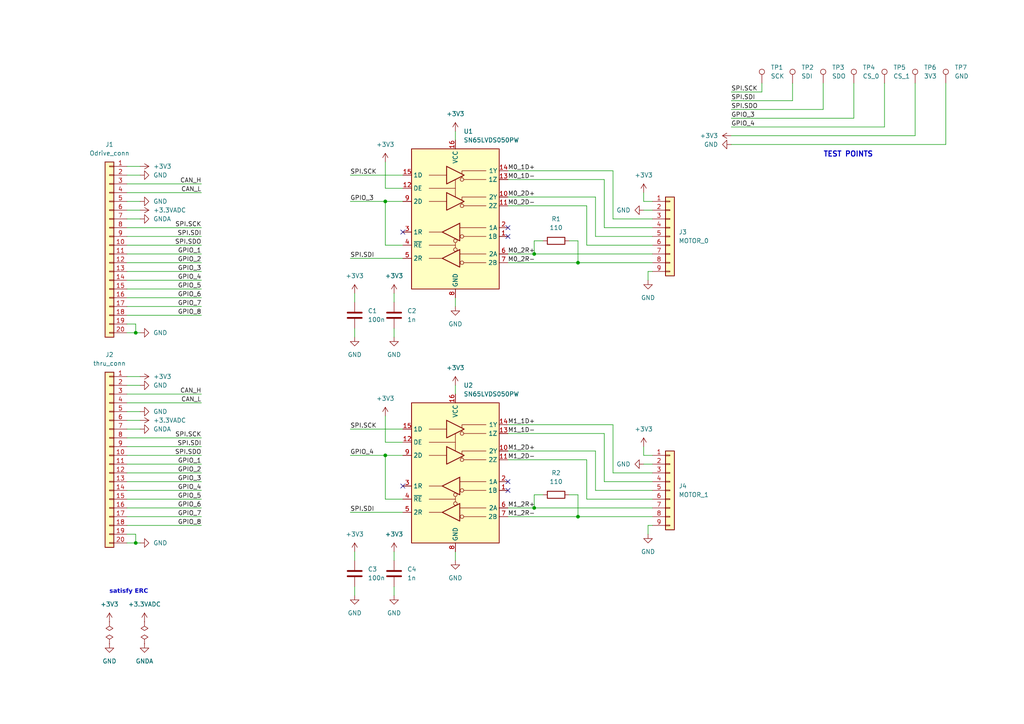
<source format=kicad_sch>
(kicad_sch (version 20230121) (generator eeschema)
  (paper "A4")
  (title_block (title "ODrive to SN65LVDS050 Board") (date "2023-02-24") (rev "2.0") (comment 1 "creativecommons.org/licences/by/4.0/") (comment 2 "Licence: CC by 4.0") (comment 3 "Author: Jordan Aceto"))
  (lib_symbols
    (symbol "Connector:TestPoint" (pin_numbers hide) (pin_names (offset 0.762) hide)
      (property "Reference" "TP" (at 0 6.858 0))
      (property "Value" "TestPoint" (at 0 5.08 0))
      (symbol "TestPoint_0_1"
        (circle (center 0 3.302) (radius 0.762))
      )
      (symbol "TestPoint_1_1"
        (pin passive line (at 0 0 90) (length 2.54) (name "1") (number "1"))
      )
    )
    (symbol "Connector_Generic:Conn_01x09" (pin_names (offset 1.016) hide)
      (property "Reference" "J" (at 0 12.7 0))
      (property "Value" "Conn_01x09" (at 0 -12.7 0))
      (symbol "Conn_01x09_1_1"
        (rectangle (start -1.27 -10.033) (end 0 -10.287) (stroke (width 0.1524)))
        (rectangle (start -1.27 -7.493) (end 0 -7.747) (stroke (width 0.1524)))
        (rectangle (start -1.27 -4.953) (end 0 -5.207) (stroke (width 0.1524)))
        (rectangle (start -1.27 -2.413) (end 0 -2.667) (stroke (width 0.1524)))
        (rectangle (start -1.27 0.127) (end 0 -0.127) (stroke (width 0.1524)))
        (rectangle (start -1.27 2.667) (end 0 2.413) (stroke (width 0.1524)))
        (rectangle (start -1.27 5.207) (end 0 4.953) (stroke (width 0.1524)))
        (rectangle (start -1.27 7.747) (end 0 7.493) (stroke (width 0.1524)))
        (rectangle (start -1.27 10.287) (end 0 10.033) (stroke (width 0.1524)))
        (rectangle (start -1.27 11.43) (end 1.27 -11.43) (stroke (width 0.254)) (fill (type background)))
        (pin passive line (at -5.08 10.16 0) (length 3.81) (name "Pin_1") (number "1"))
        (pin passive line (at -5.08 7.62 0) (length 3.81) (name "Pin_2") (number "2"))
        (pin passive line (at -5.08 5.08 0) (length 3.81) (name "Pin_3") (number "3"))
        (pin passive line (at -5.08 2.54 0) (length 3.81) (name "Pin_4") (number "4"))
        (pin passive line (at -5.08 0 0) (length 3.81) (name "Pin_5") (number "5"))
        (pin passive line (at -5.08 -2.54 0) (length 3.81) (name "Pin_6") (number "6"))
        (pin passive line (at -5.08 -5.08 0) (length 3.81) (name "Pin_7") (number "7"))
        (pin passive line (at -5.08 -7.62 0) (length 3.81) (name "Pin_8") (number "8"))
        (pin passive line (at -5.08 -10.16 0) (length 3.81) (name "Pin_9") (number "9"))
      )
    )
    (symbol "Connector_Generic:Conn_01x20" (pin_names (offset 1.016) hide)
      (property "Reference" "J" (at 0 25.4 0))
      (property "Value" "Conn_01x20" (at 0 -27.94 0))
      (symbol "Conn_01x20_1_1"
        (rectangle (start -1.27 -25.273) (end 0 -25.527) (stroke (width 0.1524)))
        (rectangle (start -1.27 -22.733) (end 0 -22.987) (stroke (width 0.1524)))
        (rectangle (start -1.27 -20.193) (end 0 -20.447) (stroke (width 0.1524)))
        (rectangle (start -1.27 -17.653) (end 0 -17.907) (stroke (width 0.1524)))
        (rectangle (start -1.27 -15.113) (end 0 -15.367) (stroke (width 0.1524)))
        (rectangle (start -1.27 -12.573) (end 0 -12.827) (stroke (width 0.1524)))
        (rectangle (start -1.27 -10.033) (end 0 -10.287) (stroke (width 0.1524)))
        (rectangle (start -1.27 -7.493) (end 0 -7.747) (stroke (width 0.1524)))
        (rectangle (start -1.27 -4.953) (end 0 -5.207) (stroke (width 0.1524)))
        (rectangle (start -1.27 -2.413) (end 0 -2.667) (stroke (width 0.1524)))
        (rectangle (start -1.27 0.127) (end 0 -0.127) (stroke (width 0.1524)))
        (rectangle (start -1.27 2.667) (end 0 2.413) (stroke (width 0.1524)))
        (rectangle (start -1.27 5.207) (end 0 4.953) (stroke (width 0.1524)))
        (rectangle (start -1.27 7.747) (end 0 7.493) (stroke (width 0.1524)))
        (rectangle (start -1.27 10.287) (end 0 10.033) (stroke (width 0.1524)))
        (rectangle (start -1.27 12.827) (end 0 12.573) (stroke (width 0.1524)))
        (rectangle (start -1.27 15.367) (end 0 15.113) (stroke (width 0.1524)))
        (rectangle (start -1.27 17.907) (end 0 17.653) (stroke (width 0.1524)))
        (rectangle (start -1.27 20.447) (end 0 20.193) (stroke (width 0.1524)))
        (rectangle (start -1.27 22.987) (end 0 22.733) (stroke (width 0.1524)))
        (rectangle (start -1.27 24.13) (end 1.27 -26.67) (stroke (width 0.254)) (fill (type background)))
        (pin passive line (at -5.08 22.86 0) (length 3.81) (name "Pin_1") (number "1"))
        (pin passive line (at -5.08 0 0) (length 3.81) (name "Pin_10") (number "10"))
        (pin passive line (at -5.08 -2.54 0) (length 3.81) (name "Pin_11") (number "11"))
        (pin passive line (at -5.08 -5.08 0) (length 3.81) (name "Pin_12") (number "12"))
        (pin passive line (at -5.08 -7.62 0) (length 3.81) (name "Pin_13") (number "13"))
        (pin passive line (at -5.08 -10.16 0) (length 3.81) (name "Pin_14") (number "14"))
        (pin passive line (at -5.08 -12.7 0) (length 3.81) (name "Pin_15") (number "15"))
        (pin passive line (at -5.08 -15.24 0) (length 3.81) (name "Pin_16") (number "16"))
        (pin passive line (at -5.08 -17.78 0) (length 3.81) (name "Pin_17") (number "17"))
        (pin passive line (at -5.08 -20.32 0) (length 3.81) (name "Pin_18") (number "18"))
        (pin passive line (at -5.08 -22.86 0) (length 3.81) (name "Pin_19") (number "19"))
        (pin passive line (at -5.08 20.32 0) (length 3.81) (name "Pin_2") (number "2"))
        (pin passive line (at -5.08 -25.4 0) (length 3.81) (name "Pin_20") (number "20"))
        (pin passive line (at -5.08 17.78 0) (length 3.81) (name "Pin_3") (number "3"))
        (pin passive line (at -5.08 15.24 0) (length 3.81) (name "Pin_4") (number "4"))
        (pin passive line (at -5.08 12.7 0) (length 3.81) (name "Pin_5") (number "5"))
        (pin passive line (at -5.08 10.16 0) (length 3.81) (name "Pin_6") (number "6"))
        (pin passive line (at -5.08 7.62 0) (length 3.81) (name "Pin_7") (number "7"))
        (pin passive line (at -5.08 5.08 0) (length 3.81) (name "Pin_8") (number "8"))
        (pin passive line (at -5.08 2.54 0) (length 3.81) (name "Pin_9") (number "9"))
      )
    )
    (symbol "Device:C" (pin_numbers hide) (pin_names (offset 0.254))
      (property "Reference" "C" (at 0.635 2.54 0))
      (property "Value" "C" (at 0.635 -2.54 0))
      (symbol "C_0_1"
        (polyline (pts (xy -2.032 -0.762) (xy 2.032 -0.762)) (stroke (width 0.508)))
        (polyline (pts (xy -2.032 0.762) (xy 2.032 0.762)) (stroke (width 0.508)))
      )
      (symbol "C_1_1"
        (pin passive line (at 0 3.81 270) (length 2.794) (name "~") (number "1"))
        (pin passive line (at 0 -3.81 90) (length 2.794) (name "~") (number "2"))
      )
    )
    (symbol "Device:R" (pin_numbers hide) (pin_names (offset 0))
      (property "Reference" "R" (at 2.032 0 90))
      (property "Value" "R" (at 0 0 90))
      (symbol "R_0_1"
        (rectangle (start -1.016 -2.54) (end 1.016 2.54) (stroke (width 0.254)))
      )
      (symbol "R_1_1"
        (pin passive line (at 0 3.81 270) (length 1.27) (name "~") (number "1"))
        (pin passive line (at 0 -3.81 90) (length 1.27) (name "~") (number "2"))
      )
    )
    (symbol "custom_symbols:SN65LVDS050PW"
      (property "Reference" "U?" (at 2.3735 25.4 0))
      (property "Value" "SN65LVDS050PW" (at 2.3735 22.86 0))
      (symbol "SN65LVDS050PW_0_1"
        (polyline (pts (xy 0 -7.62) (xy 0 -8.255)))
        (polyline (pts (xy 0 8.89) (xy 0 6.35)))
        (polyline (pts (xy 1.905 4.318) (xy 1.905 4.699)))
        (polyline (pts (xy 1.905 11.938) (xy 1.905 12.319)))
        (polyline (pts (xy 0 -6.985) (xy 0 -7.62) (xy -7.62 -7.62)))
        (polyline (pts (xy 0 11.43) (xy 0 8.89) (xy -7.62 8.89)))
      )
      (symbol "SN65LVDS050PW_1_0"
        (rectangle (start -12.7 20.32) (end 12.7 -20.32) (stroke (width 0.254)) (fill (type background)))
        (circle (center 0 -8.89) (radius 0.508))
        (circle (center 0 -6.35) (radius 0.508))
        (polyline (pts (xy 8.89 -12.7) (xy 2.413 -12.7)))
        (polyline (pts (xy 8.89 -5.08) (xy 2.413 -5.08)))
        (polyline (pts (xy 8.89 3.81) (xy 2.413 3.81)))
        (polyline (pts (xy 8.89 11.43) (xy 2.413 11.43)))
        (polyline (pts (xy 1.27 -10.16) (xy 1.905 -10.16) (xy 8.89 -10.16)))
        (polyline (pts (xy 1.27 -2.54) (xy 1.905 -2.54) (xy 8.89 -2.54)))
        (polyline (pts (xy 1.905 5.461) (xy 1.905 6.35) (xy 8.89 6.35)))
        (polyline (pts (xy 1.905 13.081) (xy 1.905 13.97) (xy 8.89 13.97)))
        (polyline (pts (xy -3.81 -11.43) (xy -5.08 -11.43) (xy -5.08 -11.43) (xy -7.62 -11.43)))
        (polyline (pts (xy -3.81 -3.81) (xy -5.08 -3.81) (xy -5.08 -3.81) (xy -7.62 -3.81)))
        (polyline (pts (xy -2.54 5.08) (xy -5.08 5.08) (xy -5.08 5.08) (xy -7.62 5.08)))
        (polyline (pts (xy -2.54 12.7) (xy -5.08 12.7) (xy -5.08 12.7) (xy -7.62 12.7)))
        (circle (center 1.905 -12.7) (radius 0.508))
        (circle (center 1.905 -5.08) (radius 0.508))
        (circle (center 1.905 3.81) (radius 0.508))
        (circle (center 1.905 11.43) (radius 0.508))
      )
      (symbol "SN65LVDS050PW_1_1"
        (polyline (pts (xy -2.54 7.62) (xy -2.54 2.54) (xy 2.54 5.08) (xy -2.54 7.62)) (stroke (width 0.254)))
        (polyline (pts (xy -2.54 15.24) (xy -2.54 10.16) (xy 2.54 12.7) (xy -2.54 15.24)) (stroke (width 0.254)))
        (polyline (pts (xy 1.27 -8.89) (xy 1.27 -13.97) (xy -3.81 -11.43) (xy 1.27 -8.89)) (stroke (width 0.254)))
        (polyline (pts (xy 1.27 -1.27) (xy 1.27 -6.35) (xy -3.81 -3.81) (xy 1.27 -1.27)) (stroke (width 0.254)))
        (pin input line (at 15.24 -5.08 180) (length 2.54) (name "1B") (number "1"))
        (pin output line (at 15.24 6.35 180) (length 2.54) (name "2Y") (number "10"))
        (pin output line (at 15.24 3.81 180) (length 2.54) (name "2Z") (number "11"))
        (pin input line (at -15.24 8.89 0) (length 2.54) (name "DE") (number "12"))
        (pin output line (at 15.24 11.43 180) (length 2.54) (name "1Z") (number "13"))
        (pin output line (at 15.24 13.97 180) (length 2.54) (name "1Y") (number "14"))
        (pin input line (at -15.24 12.7 0) (length 2.54) (name "1D") (number "15"))
        (pin power_in line (at 0 22.86 270) (length 2.54) (name "VCC") (number "16"))
        (pin input line (at 15.24 -2.54 180) (length 2.54) (name "1A") (number "2"))
        (pin output line (at -15.24 -3.81 0) (length 2.54) (name "1R") (number "3"))
        (pin input line (at -15.24 -7.62 0) (length 2.54) (name "~{RE}") (number "4"))
        (pin output line (at -15.24 -11.43 0) (length 2.54) (name "2R") (number "5"))
        (pin input line (at 15.24 -10.16 180) (length 2.54) (name "2A") (number "6"))
        (pin input line (at 15.24 -12.7 180) (length 2.54) (name "2B") (number "7"))
        (pin power_in line (at 0 -22.86 90) (length 2.54) (name "GND") (number "8"))
        (pin input line (at -15.24 5.08 0) (length 2.54) (name "2D") (number "9"))
      )
    )
    (symbol "power:+3.3VADC" (power) (pin_names (offset 0))
      (property "Value" "+3.3VADC" (at 0 2.54 0))
      (symbol "+3.3VADC_0_0"
        (pin power_in line (at 0 0 90) (length 0) hide (name "+3.3VADC") (number "1"))
      )
      (symbol "+3.3VADC_0_1"
        (polyline (pts (xy -0.762 1.27) (xy 0 2.54)))
        (polyline (pts (xy 0 0) (xy 0 2.54)))
        (polyline (pts (xy 0 2.54) (xy 0.762 1.27)))
      )
    )
    (symbol "power:+3V3" (power) (pin_names (offset 0))
      (property "Value" "+3V3" (at 0 3.556 0))
      (symbol "+3V3_0_1"
        (polyline (pts (xy -0.762 1.27) (xy 0 2.54)))
        (polyline (pts (xy 0 0) (xy 0 2.54)))
        (polyline (pts (xy 0 2.54) (xy 0.762 1.27)))
      )
      (symbol "+3V3_1_1"
        (pin power_in line (at 0 0 90) (length 0) hide (name "+3V3") (number "1"))
      )
    )
    (symbol "power:GND" (power) (pin_names (offset 0))
      (property "Value" "GND" (at 0 -3.81 0))
      (symbol "GND_0_1"
        (polyline (pts (xy 0 0) (xy 0 -1.27) (xy 1.27 -1.27) (xy 0 -2.54) (xy -1.27 -1.27) (xy 0 -1.27)))
      )
      (symbol "GND_1_1"
        (pin power_in line (at 0 0 270) (length 0) hide (name "GND") (number "1"))
      )
    )
    (symbol "power:GNDA" (power) (pin_names (offset 0))
      (property "Value" "GNDA" (at 0 -3.81 0))
      (symbol "GNDA_0_1"
        (polyline (pts (xy 0 0) (xy 0 -1.27) (xy 1.27 -1.27) (xy 0 -2.54) (xy -1.27 -1.27) (xy 0 -1.27)))
      )
      (symbol "GNDA_1_1"
        (pin power_in line (at 0 0 270) (length 0) hide (name "GNDA") (number "1"))
      )
    )
    (symbol "power:PWR_FLAG" (power) (pin_numbers hide) (pin_names (offset 0) hide)
      (property "Value" "PWR_FLAG" (at 0 3.81 0))
      (symbol "PWR_FLAG_0_0"
        (pin power_out line (at 0 0 90) (length 0) (name "pwr") (number "1"))
      )
      (symbol "PWR_FLAG_0_1"
        (polyline (pts (xy 0 0) (xy 0 1.27) (xy -1.016 1.905) (xy 0 2.54) (xy 1.016 1.905) (xy 0 1.27)))
      )
    )
  )
  (junction (at 167.64 76.2))
  (junction (at 154.94 147.32))
  (junction (at 111.76 58.42))
  (junction (at 154.94 73.66))
  (junction (at 167.64 149.86))
  (junction (at 39.37 157.48))
  (junction (at 39.37 96.52))
  (junction (at 111.76 132.08))
  (no_connect (at 116.84 67.31))
  (no_connect (at 147.32 139.7))
  (no_connect (at 116.84 140.97))
  (no_connect (at 147.32 66.04))
  (no_connect (at 147.32 142.24))
  (no_connect (at 147.32 68.58))
  (wire (pts (xy 36.83 73.66) (xy 58.42 73.66)))
  (wire (pts (xy 36.83 93.98) (xy 39.37 93.98)))
  (wire (pts (xy 36.83 58.42) (xy 40.64 58.42)))
  (wire (pts (xy 172.72 142.24) (xy 189.23 142.24)))
  (wire (pts (xy 175.26 125.73) (xy 175.26 139.7)))
  (wire (pts (xy 102.87 85.09) (xy 102.87 87.63)))
  (wire (pts (xy 187.96 78.74) (xy 189.23 78.74)))
  (wire (pts (xy 157.48 143.51) (xy 154.94 143.51)))
  (wire (pts (xy 229.87 24.13) (xy 229.87 29.21)))
  (wire (pts (xy 36.83 157.48) (xy 39.37 157.48)))
  (wire (pts (xy 167.64 149.86) (xy 189.23 149.86)))
  (wire (pts (xy 39.37 96.52) (xy 40.64 96.52)))
  (wire (pts (xy 132.08 86.36) (xy 132.08 88.9)))
  (wire (pts (xy 102.87 160.02) (xy 102.87 162.56)))
  (wire (pts (xy 36.83 88.9) (xy 58.42 88.9)))
  (wire (pts (xy 111.76 58.42) (xy 116.84 58.42)))
  (wire (pts (xy 111.76 144.78) (xy 111.76 132.08)))
  (wire (pts (xy 36.83 53.34) (xy 58.42 53.34)))
  (wire (pts (xy 167.64 69.85) (xy 167.64 76.2)))
  (wire (pts (xy 229.87 29.21) (xy 212.09 29.21)))
  (wire (pts (xy 36.83 129.54) (xy 58.42 129.54)))
  (wire (pts (xy 165.1 69.85) (xy 167.64 69.85)))
  (wire (pts (xy 167.64 76.2) (xy 189.23 76.2)))
  (wire (pts (xy 39.37 93.98) (xy 39.37 96.52)))
  (wire (pts (xy 111.76 71.12) (xy 111.76 58.42)))
  (wire (pts (xy 186.69 58.42) (xy 189.23 58.42)))
  (wire (pts (xy 238.76 24.13) (xy 238.76 31.75)))
  (wire (pts (xy 212.09 39.37) (xy 265.43 39.37)))
  (wire (pts (xy 36.83 76.2) (xy 58.42 76.2)))
  (wire (pts (xy 36.83 119.38) (xy 40.64 119.38)))
  (wire (pts (xy 147.32 49.53) (xy 177.8 49.53)))
  (wire (pts (xy 36.83 116.84) (xy 58.42 116.84)))
  (wire (pts (xy 147.32 147.32) (xy 154.94 147.32)))
  (wire (pts (xy 147.32 73.66) (xy 154.94 73.66)))
  (wire (pts (xy 247.65 24.13) (xy 247.65 34.29)))
  (wire (pts (xy 36.83 50.8) (xy 40.64 50.8)))
  (wire (pts (xy 36.83 132.08) (xy 58.42 132.08)))
  (wire (pts (xy 154.94 73.66) (xy 189.23 73.66)))
  (wire (pts (xy 154.94 147.32) (xy 189.23 147.32)))
  (wire (pts (xy 147.32 133.35) (xy 170.18 133.35)))
  (wire (pts (xy 147.32 52.07) (xy 175.26 52.07)))
  (wire (pts (xy 167.64 149.86) (xy 167.64 143.51)))
  (wire (pts (xy 172.72 57.15) (xy 172.72 68.58)))
  (wire (pts (xy 36.83 147.32) (xy 58.42 147.32)))
  (wire (pts (xy 36.83 139.7) (xy 58.42 139.7)))
  (wire (pts (xy 36.83 111.76) (xy 40.64 111.76)))
  (wire (pts (xy 147.32 125.73) (xy 175.26 125.73)))
  (wire (pts (xy 36.83 71.12) (xy 58.42 71.12)))
  (wire (pts (xy 36.83 154.94) (xy 39.37 154.94)))
  (wire (pts (xy 186.69 132.08) (xy 189.23 132.08)))
  (wire (pts (xy 101.6 124.46) (xy 116.84 124.46)))
  (wire (pts (xy 170.18 71.12) (xy 189.23 71.12)))
  (wire (pts (xy 147.32 76.2) (xy 167.64 76.2)))
  (wire (pts (xy 40.64 109.22) (xy 36.83 109.22)))
  (wire (pts (xy 147.32 59.69) (xy 170.18 59.69)))
  (wire (pts (xy 39.37 157.48) (xy 40.64 157.48)))
  (wire (pts (xy 132.08 160.02) (xy 132.08 162.56)))
  (wire (pts (xy 147.32 57.15) (xy 172.72 57.15)))
  (wire (pts (xy 36.83 134.62) (xy 58.42 134.62)))
  (wire (pts (xy 114.3 172.72) (xy 114.3 170.18)))
  (wire (pts (xy 36.83 124.46) (xy 40.64 124.46)))
  (wire (pts (xy 102.87 172.72) (xy 102.87 170.18)))
  (wire (pts (xy 36.83 63.5) (xy 40.64 63.5)))
  (wire (pts (xy 220.98 26.67) (xy 212.09 26.67)))
  (wire (pts (xy 177.8 123.19) (xy 177.8 137.16)))
  (wire (pts (xy 116.84 71.12) (xy 111.76 71.12)))
  (wire (pts (xy 36.83 114.3) (xy 58.42 114.3)))
  (wire (pts (xy 265.43 24.13) (xy 265.43 39.37)))
  (wire (pts (xy 36.83 144.78) (xy 58.42 144.78)))
  (wire (pts (xy 170.18 133.35) (xy 170.18 144.78)))
  (wire (pts (xy 36.83 142.24) (xy 58.42 142.24)))
  (wire (pts (xy 212.09 41.91) (xy 274.32 41.91)))
  (wire (pts (xy 111.76 128.27) (xy 116.84 128.27)))
  (wire (pts (xy 172.72 68.58) (xy 189.23 68.58)))
  (wire (pts (xy 256.54 36.83) (xy 212.09 36.83)))
  (wire (pts (xy 165.1 143.51) (xy 167.64 143.51)))
  (wire (pts (xy 36.83 96.52) (xy 39.37 96.52)))
  (wire (pts (xy 274.32 24.13) (xy 274.32 41.91)))
  (wire (pts (xy 220.98 24.13) (xy 220.98 26.67)))
  (wire (pts (xy 36.83 91.44) (xy 58.42 91.44)))
  (wire (pts (xy 187.96 152.4) (xy 189.23 152.4)))
  (wire (pts (xy 36.83 121.92) (xy 40.64 121.92)))
  (wire (pts (xy 147.32 123.19) (xy 177.8 123.19)))
  (wire (pts (xy 36.83 127) (xy 58.42 127)))
  (wire (pts (xy 36.83 83.82) (xy 58.42 83.82)))
  (wire (pts (xy 101.6 148.59) (xy 116.84 148.59)))
  (wire (pts (xy 116.84 144.78) (xy 111.76 144.78)))
  (wire (pts (xy 36.83 81.28) (xy 58.42 81.28)))
  (wire (pts (xy 177.8 137.16) (xy 189.23 137.16)))
  (wire (pts (xy 177.8 63.5) (xy 189.23 63.5)))
  (wire (pts (xy 154.94 69.85) (xy 154.94 73.66)))
  (wire (pts (xy 111.76 46.99) (xy 111.76 54.61)))
  (wire (pts (xy 187.96 154.94) (xy 187.96 152.4)))
  (wire (pts (xy 157.48 69.85) (xy 154.94 69.85)))
  (wire (pts (xy 238.76 31.75) (xy 212.09 31.75)))
  (wire (pts (xy 111.76 54.61) (xy 116.84 54.61)))
  (wire (pts (xy 36.83 55.88) (xy 58.42 55.88)))
  (wire (pts (xy 36.83 68.58) (xy 58.42 68.58)))
  (wire (pts (xy 147.32 149.86) (xy 167.64 149.86)))
  (wire (pts (xy 154.94 143.51) (xy 154.94 147.32)))
  (wire (pts (xy 111.76 120.65) (xy 111.76 128.27)))
  (wire (pts (xy 36.83 78.74) (xy 58.42 78.74)))
  (wire (pts (xy 186.69 55.88) (xy 186.69 58.42)))
  (wire (pts (xy 36.83 137.16) (xy 58.42 137.16)))
  (wire (pts (xy 186.69 129.54) (xy 186.69 132.08)))
  (wire (pts (xy 187.96 81.28) (xy 187.96 78.74)))
  (wire (pts (xy 172.72 130.81) (xy 172.72 142.24)))
  (wire (pts (xy 101.6 74.93) (xy 116.84 74.93)))
  (wire (pts (xy 256.54 24.13) (xy 256.54 36.83)))
  (wire (pts (xy 111.76 132.08) (xy 116.84 132.08)))
  (wire (pts (xy 39.37 154.94) (xy 39.37 157.48)))
  (wire (pts (xy 132.08 38.1) (xy 132.08 40.64)))
  (wire (pts (xy 114.3 160.02) (xy 114.3 162.56)))
  (wire (pts (xy 175.26 66.04) (xy 189.23 66.04)))
  (wire (pts (xy 170.18 59.69) (xy 170.18 71.12)))
  (wire (pts (xy 36.83 152.4) (xy 58.42 152.4)))
  (wire (pts (xy 102.87 97.79) (xy 102.87 95.25)))
  (wire (pts (xy 175.26 52.07) (xy 175.26 66.04)))
  (wire (pts (xy 114.3 97.79) (xy 114.3 95.25)))
  (wire (pts (xy 132.08 111.76) (xy 132.08 114.3)))
  (wire (pts (xy 114.3 85.09) (xy 114.3 87.63)))
  (wire (pts (xy 101.6 58.42) (xy 111.76 58.42)))
  (wire (pts (xy 36.83 66.04) (xy 58.42 66.04)))
  (wire (pts (xy 186.69 134.62) (xy 189.23 134.62)))
  (wire (pts (xy 101.6 50.8) (xy 116.84 50.8)))
  (wire (pts (xy 36.83 149.86) (xy 58.42 149.86)))
  (wire (pts (xy 101.6 132.08) (xy 111.76 132.08)))
  (wire (pts (xy 247.65 34.29) (xy 212.09 34.29)))
  (wire (pts (xy 170.18 144.78) (xy 189.23 144.78)))
  (wire (pts (xy 186.69 60.96) (xy 189.23 60.96)))
  (wire (pts (xy 177.8 49.53) (xy 177.8 63.5)))
  (wire (pts (xy 40.64 48.26) (xy 36.83 48.26)))
  (wire (pts (xy 175.26 139.7) (xy 189.23 139.7)))
  (wire (pts (xy 36.83 86.36) (xy 58.42 86.36)))
  (wire (pts (xy 147.32 130.81) (xy 172.72 130.81)))
  (wire (pts (xy 36.83 60.96) (xy 40.64 60.96)))
  (text "satisfy ERC" (at 31.75 172.72 0) (effects (font (size 1.27 1.27) bold) (justify left bottom)))
  (text "TEST POINTS" (at 238.76 45.72 0) (effects (font (size 1.5 1.5) (thickness 0.3) bold) (justify left bottom)))
  (label "M0_2D-" (at 147.32 59.69 0))
  (label "SPI.SCK" (at 212.09 26.67 0))
  (label "CAN_L" (at 58.42 116.84 180))
  (label "SPI.SDI" (at 101.6 148.59 0))
  (label "GPIO_6" (at 58.42 86.36 180))
  (label "M1_2R+" (at 147.32 147.32 0))
  (label "GPIO_1" (at 58.42 73.66 180))
  (label "CAN_L" (at 58.42 55.88 180))
  (label "GPIO_3" (at 212.09 34.29 0))
  (label "SPI.SCK" (at 58.42 66.04 180))
  (label "SPI.SCK" (at 101.6 124.46 0))
  (label "M0_1D-" (at 147.32 52.07 0))
  (label "GPIO_8" (at 58.42 91.44 180))
  (label "SPI.SDO" (at 212.09 31.75 0))
  (label "GPIO_6" (at 58.42 147.32 180))
  (label "CAN_H" (at 58.42 53.34 180))
  (label "GPIO_4" (at 58.42 81.28 180))
  (label "GPIO_4" (at 212.09 36.83 0))
  (label "SPI.SDO" (at 58.42 132.08 180))
  (label "GPIO_5" (at 58.42 83.82 180))
  (label "GPIO_3" (at 58.42 78.74 180))
  (label "GPIO_2" (at 58.42 76.2 180))
  (label "GPIO_4" (at 58.42 142.24 180))
  (label "M0_1D+" (at 147.32 49.53 0))
  (label "GPIO_3" (at 101.6 58.42 0))
  (label "SPI.SDI" (at 101.6 74.93 0))
  (label "GPIO_8" (at 58.42 152.4 180))
  (label "SPI.SCK" (at 58.42 127 180))
  (label "SPI.SDO" (at 58.42 71.12 180))
  (label "GPIO_7" (at 58.42 88.9 180))
  (label "SPI.SDI" (at 212.09 29.21 0))
  (label "M1_1D+" (at 147.32 123.19 0))
  (label "GPIO_7" (at 58.42 149.86 180))
  (label "M0_2R+" (at 147.32 73.66 0))
  (label "M1_1D-" (at 147.32 125.73 0))
  (label "M1_2R-" (at 147.32 149.86 0))
  (label "M1_2D+" (at 147.32 130.81 0))
  (label "SPI.SCK" (at 101.6 50.8 0))
  (label "GPIO_4" (at 101.6 132.08 0))
  (label "GPIO_2" (at 58.42 137.16 180))
  (label "GPIO_3" (at 58.42 139.7 180))
  (label "M0_2R-" (at 147.32 76.2 0))
  (label "GPIO_5" (at 58.42 144.78 180))
  (label "GPIO_1" (at 58.42 134.62 180))
  (label "M1_2D-" (at 147.32 133.35 0))
  (label "M0_2D+" (at 147.32 57.15 0))
  (label "CAN_H" (at 58.42 114.3 180))
  (label "SPI.SDI" (at 58.42 68.58 180))
  (label "SPI.SDI" (at 58.42 129.54 180))
  (symbol (lib_id "power:+3.3VADC") (at 40.64 60.96 270) (unit 1)
    (property "Reference" "#PWR0104" (effects hide))
    (property "Value" "+3.3VADC" (at 44.45 60.9599 90) (effects (justify left)))
  )
  (symbol (lib_id "power:+3V3") (at 114.3 160.02 0) (unit 1)
    (property "Reference" "#PWR0135" (effects hide))
    (property "Value" "+3V3" (at 114.3 154.94 0))
  )
  (symbol (lib_id "power:+3V3") (at 111.76 46.99 0) (mirror y) (unit 1)
    (property "Reference" "#PWR0101" (effects hide))
    (property "Value" "+3V3" (at 111.76 41.91 0))
  )
  (symbol (lib_id "power:PWR_FLAG") (at 31.75 186.69 0) (unit 1)
    (property "Reference" "#FLG0101" (effects hide))
    (property "Value" "PWR_FLAG" (effects hide))
  )
  (symbol (lib_id "power:GND") (at 40.64 58.42 90) (unit 1)
    (property "Reference" "#PWR0108" (effects hide))
    (property "Value" "GND" (at 44.45 58.4199 90) (effects (justify right)))
  )
  (symbol (lib_id "Connector:TestPoint") (at 256.54 24.13 0) (mirror y) (unit 1) (in_bom no)
    (property "Reference" "TP5" (at 259.08 19.5579 0) (effects (justify right)))
    (property "Value" "CS_1" (at 259.08 22.0979 0) (effects (justify right)))
    (property "Footprint" "TestPoint:TestPoint_Keystone_5000-5004_Miniature" (effects hide))
  )
  (symbol (lib_id "power:GND") (at 114.3 172.72 0) (mirror y) (unit 1)
    (property "Reference" "#PWR0136" (effects hide))
    (property "Value" "GND" (at 114.3 177.8 0))
  )
  (symbol (lib_id "Connector_Generic:Conn_01x09") (at 194.31 142.24 0) (unit 1)
    (property "Reference" "J4" (at 196.85 140.97 0) (effects (justify left)))
    (property "Value" "MOTOR_1" (at 196.85 143.51 0) (effects (justify left)))
    (property "Footprint" "Connector_JST:JST_GH_SM09B-GHS-TB_1x09-1MP_P1.25mm_Horizontal" (effects hide))
  )
  (symbol (lib_id "power:+3.3VADC") (at 41.91 180.34 0) (unit 1)
    (property "Reference" "#PWR0123" (effects hide))
    (property "Value" "+3.3VADC" (at 41.91 175.26 0))
  )
  (symbol (lib_id "power:GNDA") (at 41.91 186.69 0) (unit 1)
    (property "Reference" "#PWR0122" (effects hide))
    (property "Value" "GNDA" (at 41.91 191.77 0))
  )
  (symbol (lib_id "Connector:TestPoint") (at 220.98 24.13 0) (mirror y) (unit 1) (in_bom no)
    (property "Reference" "TP1" (at 223.52 19.5579 0) (effects (justify right)))
    (property "Value" "SCK" (at 223.52 22.0979 0) (effects (justify right)))
    (property "Footprint" "TestPoint:TestPoint_Keystone_5000-5004_Miniature" (effects hide))
  )
  (symbol (lib_id "custom_symbols:SN65LVDS050PW") (at 132.08 63.5 0) (unit 1)
    (property "Reference" "U1" (at 134.4535 38.1 0) (effects (justify left)))
    (property "Value" "SN65LVDS050PW" (at 134.4535 40.64 0) (effects (justify left)))
    (property "Footprint" "Package_SO:TSSOP-16_4.4x5mm_P0.65mm" (effects hide))
    (property "Datasheet" "https://www.ti.com/lit/ds/symlink/sn65lvds050.pdf?ts=1677270971896&ref_url=https%253A%252F%252Fwww.google.com%252F" (effects hide))
  )
  (symbol (lib_id "power:GND") (at 40.64 50.8 90) (unit 1)
    (property "Reference" "#PWR0103" (effects hide))
    (property "Value" "GND" (at 44.45 50.7999 90) (effects (justify right)))
  )
  (symbol (lib_id "Device:R") (at 161.29 69.85 90) (unit 1)
    (property "Reference" "R1" (at 161.29 63.5 90))
    (property "Value" "110" (at 161.29 66.04 90))
    (property "Footprint" "Resistor_SMD:R_0603_1608Metric" (effects hide))
  )
  (symbol (lib_id "Device:R") (at 161.29 143.51 90) (unit 1)
    (property "Reference" "R2" (at 161.29 137.16 90))
    (property "Value" "110" (at 161.29 139.7 90))
    (property "Footprint" "Resistor_SMD:R_0603_1608Metric" (effects hide))
  )
  (symbol (lib_id "power:+3V3") (at 132.08 111.76 0) (unit 1)
    (property "Reference" "#PWR0125" (effects hide))
    (property "Value" "+3V3" (at 132.08 106.68 0))
  )
  (symbol (lib_id "Device:C") (at 102.87 166.37 0) (unit 1)
    (property "Reference" "C3" (at 106.68 165.1 0) (effects (justify left)))
    (property "Value" "100n" (at 106.68 167.64 0) (effects (justify left)))
    (property "Footprint" "Capacitor_SMD:C_0603_1608Metric" (effects hide))
  )
  (symbol (lib_id "power:PWR_FLAG") (at 41.91 186.69 0) (unit 1)
    (property "Reference" "#FLG0102" (effects hide))
    (property "Value" "PWR_FLAG" (effects hide))
  )
  (symbol (lib_id "power:GND") (at 40.64 157.48 90) (unit 1)
    (property "Reference" "#PWR0114" (effects hide))
    (property "Value" "GND" (at 44.45 157.4799 90) (effects (justify right)))
  )
  (symbol (lib_id "power:+3V3") (at 102.87 160.02 0) (unit 1)
    (property "Reference" "#PWR0133" (effects hide))
    (property "Value" "+3V3" (at 102.87 154.94 0))
  )
  (symbol (lib_id "power:GND") (at 186.69 60.96 270) (unit 1)
    (property "Reference" "#PWR01" (effects hide))
    (property "Value" "GND" (at 182.88 60.96 90) (effects (justify right)))
  )
  (symbol (lib_id "power:GND") (at 114.3 97.79 0) (mirror y) (unit 1)
    (property "Reference" "#PWR0132" (effects hide))
    (property "Value" "GND" (at 114.3 102.87 0))
  )
  (symbol (lib_id "Connector_Generic:Conn_01x20") (at 31.75 71.12 0) (mirror y) (unit 1)
    (property "Reference" "J1" (at 31.75 41.91 0))
    (property "Value" "Odrive_conn" (at 31.75 44.45 0))
    (property "Footprint" "Connector_PinHeader_2.54mm:PinHeader_1x20_P2.54mm_Vertical" (effects hide))
  )
  (symbol (lib_id "Connector_Generic:Conn_01x09") (at 194.31 68.58 0) (unit 1)
    (property "Reference" "J3" (at 196.85 67.31 0) (effects (justify left)))
    (property "Value" "MOTOR_0" (at 196.85 69.85 0) (effects (justify left)))
    (property "Footprint" "Connector_JST:JST_GH_SM09B-GHS-TB_1x09-1MP_P1.25mm_Horizontal" (effects hide))
  )
  (symbol (lib_id "Device:C") (at 102.87 91.44 0) (unit 1)
    (property "Reference" "C1" (at 106.68 90.17 0) (effects (justify left)))
    (property "Value" "100n" (at 106.68 92.71 0) (effects (justify left)))
    (property "Footprint" "Capacitor_SMD:C_0603_1608Metric" (effects hide))
  )
  (symbol (lib_id "power:+3V3") (at 186.69 129.54 0) (unit 1)
    (property "Reference" "#PWR03" (effects hide))
    (property "Value" "+3V3" (at 186.69 124.46 0))
  )
  (symbol (lib_id "power:+3V3") (at 132.08 38.1 0) (unit 1)
    (property "Reference" "#PWR0111" (effects hide))
    (property "Value" "+3V3" (at 132.08 33.02 0))
  )
  (symbol (lib_id "power:GND") (at 40.64 96.52 90) (unit 1)
    (property "Reference" "#PWR0106" (effects hide))
    (property "Value" "GND" (at 44.45 96.5199 90) (effects (justify right)))
  )
  (symbol (lib_id "power:GND") (at 186.69 134.62 270) (unit 1)
    (property "Reference" "#PWR04" (effects hide))
    (property "Value" "GND" (at 182.88 134.62 90) (effects (justify right)))
  )
  (symbol (lib_id "power:PWR_FLAG") (at 41.91 180.34 180) (unit 1)
    (property "Reference" "#FLG0104" (effects hide))
    (property "Value" "PWR_FLAG" (effects hide))
  )
  (symbol (lib_id "power:+3V3") (at 40.64 48.26 270) (unit 1)
    (property "Reference" "#PWR0119" (effects hide))
    (property "Value" "+3V3" (at 44.45 48.26 90) (effects (justify left)))
  )
  (symbol (lib_id "Connector:TestPoint") (at 274.32 24.13 0) (mirror y) (unit 1) (in_bom no)
    (property "Reference" "TP7" (at 276.86 19.5579 0) (effects (justify right)))
    (property "Value" "GND" (at 276.86 22.0979 0) (effects (justify right)))
    (property "Footprint" "TestPoint:TestPoint_Bridge_Pitch5.08mm_Drill0.7mm" (effects hide))
  )
  (symbol (lib_id "power:GND") (at 187.96 81.28 0) (unit 1)
    (property "Reference" "#PWR02" (effects hide))
    (property "Value" "GND" (at 187.96 86.36 0))
  )
  (symbol (lib_id "Connector:TestPoint") (at 229.87 24.13 0) (mirror y) (unit 1) (in_bom no)
    (property "Reference" "TP2" (at 232.41 19.558 0) (effects (justify right)))
    (property "Value" "SDI" (at 232.41 22.098 0) (effects (justify right)))
    (property "Footprint" "TestPoint:TestPoint_Keystone_5000-5004_Miniature" (effects hide))
  )
  (symbol (lib_id "power:+3V3") (at 186.69 55.88 0) (unit 1)
    (property "Reference" "#PWR0116" (effects hide))
    (property "Value" "+3V3" (at 186.69 50.8 0))
  )
  (symbol (lib_id "Connector:TestPoint") (at 247.65 24.13 0) (mirror y) (unit 1) (in_bom no)
    (property "Reference" "TP4" (at 250.19 19.5579 0) (effects (justify right)))
    (property "Value" "CS_0" (at 250.19 22.0979 0) (effects (justify right)))
    (property "Footprint" "TestPoint:TestPoint_Keystone_5000-5004_Miniature" (effects hide))
  )
  (symbol (lib_id "power:+3V3") (at 102.87 85.09 0) (unit 1)
    (property "Reference" "#PWR0129" (effects hide))
    (property "Value" "+3V3" (at 102.87 80.01 0))
  )
  (symbol (lib_id "power:GNDA") (at 40.64 124.46 90) (unit 1)
    (property "Reference" "#PWR0109" (effects hide))
    (property "Value" "GNDA" (at 44.45 124.4599 90) (effects (justify right)))
  )
  (symbol (lib_id "power:GND") (at 102.87 97.79 0) (mirror y) (unit 1)
    (property "Reference" "#PWR0130" (effects hide))
    (property "Value" "GND" (at 102.87 102.87 0))
  )
  (symbol (lib_id "power:+3V3") (at 31.75 180.34 0) (unit 1)
    (property "Reference" "#PWR0120" (effects hide))
    (property "Value" "+3V3" (at 31.75 175.26 0))
  )
  (symbol (lib_id "Connector:TestPoint") (at 265.43 24.13 0) (mirror y) (unit 1) (in_bom no)
    (property "Reference" "TP6" (at 267.97 19.5579 0) (effects (justify right)))
    (property "Value" "3V3" (at 267.97 22.0979 0) (effects (justify right)))
    (property "Footprint" "TestPoint:TestPoint_Keystone_5000-5004_Miniature" (effects hide))
  )
  (symbol (lib_id "power:GNDA") (at 40.64 63.5 90) (unit 1)
    (property "Reference" "#PWR0105" (effects hide))
    (property "Value" "GNDA" (at 44.45 63.4999 90) (effects (justify right)))
  )
  (symbol (lib_id "power:GND") (at 132.08 88.9 0) (unit 1)
    (property "Reference" "#PWR0115" (effects hide))
    (property "Value" "GND" (at 132.08 93.98 0))
  )
  (symbol (lib_id "power:GND") (at 40.64 111.76 90) (unit 1)
    (property "Reference" "#PWR0112" (effects hide))
    (property "Value" "GND" (at 44.45 111.7599 90) (effects (justify right)))
  )
  (symbol (lib_id "power:GND") (at 102.87 172.72 0) (mirror y) (unit 1)
    (property "Reference" "#PWR0134" (effects hide))
    (property "Value" "GND" (at 102.87 177.8 0))
  )
  (symbol (lib_id "power:GND") (at 40.64 119.38 90) (unit 1)
    (property "Reference" "#PWR0110" (effects hide))
    (property "Value" "GND" (at 44.45 119.3799 90) (effects (justify right)))
  )
  (symbol (lib_id "power:GND") (at 212.09 41.91 270) (mirror x) (unit 1)
    (property "Reference" "#PWR0102" (effects hide))
    (property "Value" "GND" (at 208.28 41.9099 90) (effects (justify right)))
  )
  (symbol (lib_id "Connector:TestPoint") (at 238.76 24.13 0) (mirror y) (unit 1) (in_bom no)
    (property "Reference" "TP3" (at 241.3 19.558 0) (effects (justify right)))
    (property "Value" "SDO" (at 241.3 22.098 0) (effects (justify right)))
    (property "Footprint" "TestPoint:TestPoint_Keystone_5000-5004_Miniature" (effects hide))
  )
  (symbol (lib_id "Device:C") (at 114.3 91.44 0) (unit 1)
    (property "Reference" "C2" (at 118.11 90.17 0) (effects (justify left)))
    (property "Value" "1n" (at 118.11 92.71 0) (effects (justify left)))
    (property "Footprint" "Capacitor_SMD:C_0603_1608Metric" (effects hide))
  )
  (symbol (lib_id "power:GND") (at 187.96 154.94 0) (unit 1)
    (property "Reference" "#PWR05" (effects hide))
    (property "Value" "GND" (at 187.96 160.02 0))
  )
  (symbol (lib_id "Device:C") (at 114.3 166.37 0) (unit 1)
    (property "Reference" "C4" (at 118.11 165.1 0) (effects (justify left)))
    (property "Value" "1n" (at 118.11 167.64 0) (effects (justify left)))
    (property "Footprint" "Capacitor_SMD:C_0603_1608Metric" (effects hide))
  )
  (symbol (lib_id "custom_symbols:SN65LVDS050PW") (at 132.08 137.16 0) (unit 1)
    (property "Reference" "U2" (at 134.4535 111.76 0) (effects (justify left)))
    (property "Value" "SN65LVDS050PW" (at 134.4535 114.3 0) (effects (justify left)))
    (property "Footprint" "Package_SO:TSSOP-16_4.4x5mm_P0.65mm" (effects hide))
    (property "Datasheet" "https://www.ti.com/lit/ds/symlink/sn65lvds050.pdf?ts=1677270971896&ref_url=https%253A%252F%252Fwww.google.com%252F" (effects hide))
  )
  (symbol (lib_id "power:+3.3VADC") (at 40.64 121.92 270) (unit 1)
    (property "Reference" "#PWR0113" (effects hide))
    (property "Value" "+3.3VADC" (at 44.45 121.9199 90) (effects (justify left)))
  )
  (symbol (lib_id "power:PWR_FLAG") (at 31.75 180.34 180) (unit 1)
    (property "Reference" "#FLG0103" (effects hide))
    (property "Value" "PWR_FLAG" (effects hide))
  )
  (symbol (lib_id "power:+3V3") (at 111.76 120.65 0) (mirror y) (unit 1)
    (property "Reference" "#PWR0124" (effects hide))
    (property "Value" "+3V3" (at 111.76 115.57 0))
  )
  (symbol (lib_id "power:+3V3") (at 212.09 39.37 90) (unit 1)
    (property "Reference" "#PWR0107" (effects hide))
    (property "Value" "+3V3" (at 208.28 39.37 90) (effects (justify left)))
  )
  (symbol (lib_id "power:GND") (at 31.75 186.69 0) (unit 1)
    (property "Reference" "#PWR0121" (effects hide))
    (property "Value" "GND" (at 31.75 191.77 0))
  )
  (symbol (lib_id "power:+3V3") (at 114.3 85.09 0) (unit 1)
    (property "Reference" "#PWR0131" (effects hide))
    (property "Value" "+3V3" (at 114.3 80.01 0))
  )
  (symbol (lib_id "Connector_Generic:Conn_01x20") (at 31.75 132.08 0) (mirror y) (unit 1)
    (property "Reference" "J2" (at 31.75 102.87 0))
    (property "Value" "thru_conn" (at 31.75 105.41 0))
    (property "Footprint" "Connector_PinHeader_2.54mm:PinHeader_1x20_P2.54mm_Vertical" (effects hide))
  )
  (symbol (lib_id "power:GND") (at 132.08 162.56 0) (unit 1)
    (property "Reference" "#PWR0126" (effects hide))
    (property "Value" "GND" (at 132.08 167.64 0))
  )
  (symbol (lib_id "power:+3V3") (at 40.64 109.22 270) (unit 1)
    (property "Reference" "#PWR0118" (effects hide))
    (property "Value" "+3V3" (at 44.45 109.22 90) (effects (justify left)))
  )
)
</source>
